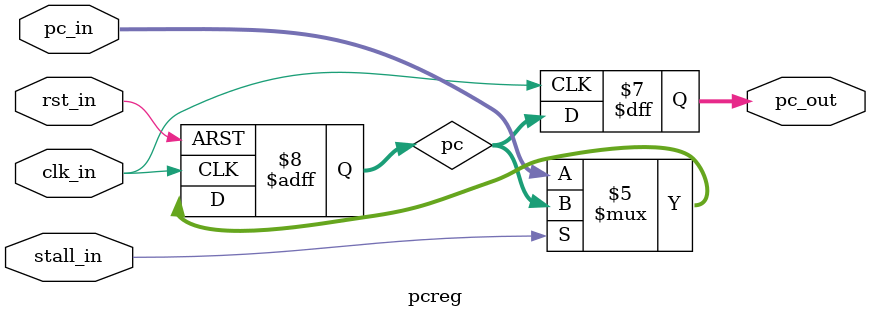
<source format=sv>
module pcreg
  #(
    parameter WIDTH = 32
  )(
    input logic                clk_in,
    input logic                rst_in,
    input logic                stall_in,
    input logic   [WIDTH-1:0]  pc_in,
    output logic  [WIDTH-1:0]  pc_out
);
  logic [WIDTH-1:0] pc;
  always_ff @ (posedge clk_in, negedge rst_in) begin
    if (!rst_in)
      pc <= 'b0;
    else begin
      if (!stall_in)
        pc <= pc_in;
    end
  end

  always_ff @ (negedge clk_in) begin
      pc_out <= pc;
  end

endmodule

</source>
